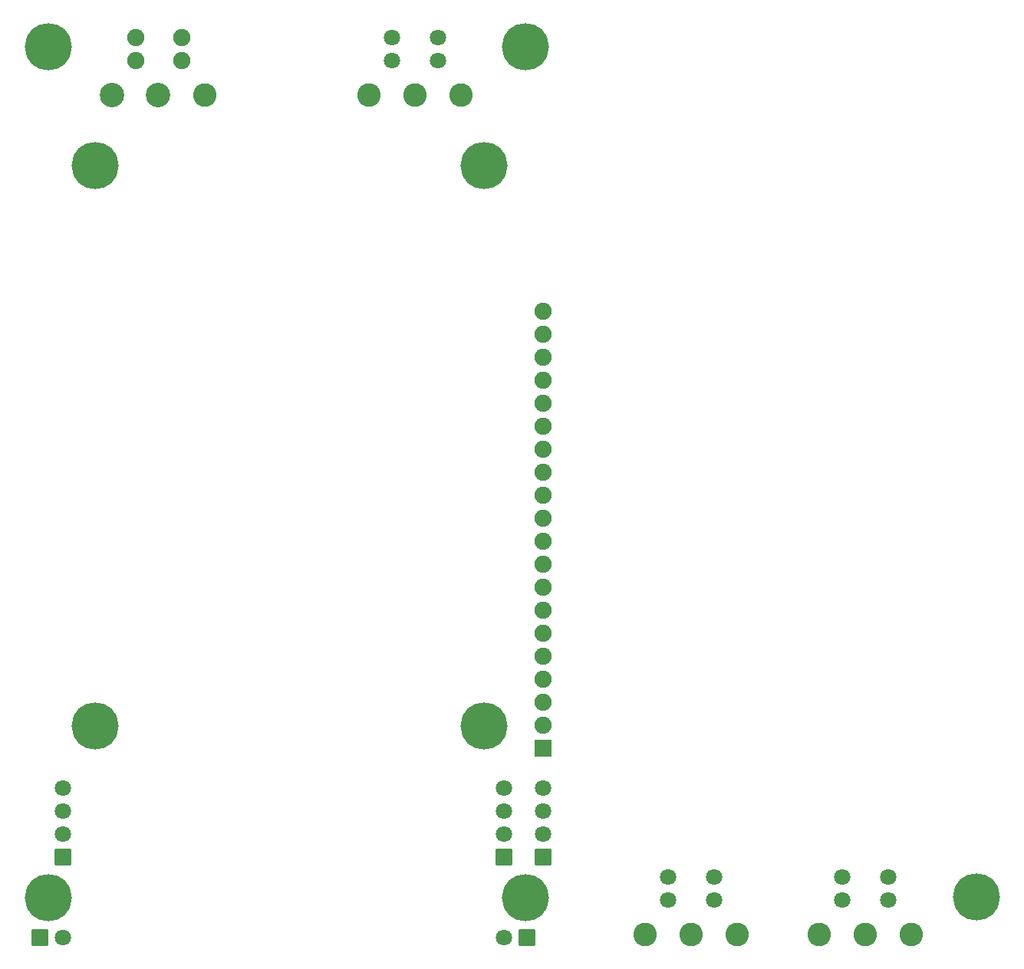
<source format=gts>
G04 Layer: TopSolderMaskLayer*
G04 EasyEDA v6.5.29, 2023-07-18 10:18:03*
G04 90495d7994f342159c24a82f0dd90fb3,5a6b42c53f6a479593ecc07194224c93,10*
G04 Gerber Generator version 0.2*
G04 Scale: 100 percent, Rotated: No, Reflected: No *
G04 Dimensions in millimeters *
G04 leading zeros omitted , absolute positions ,4 integer and 5 decimal *
%FSLAX45Y45*%
%MOMM*%

%AMMACRO1*1,1,$1,$2,$3*1,1,$1,$4,$5*1,1,$1,0-$2,0-$3*1,1,$1,0-$4,0-$5*20,1,$1,$2,$3,$4,$5,0*20,1,$1,$4,$5,0-$2,0-$3,0*20,1,$1,0-$2,0-$3,0-$4,0-$5,0*20,1,$1,0-$4,0-$5,$2,$3,0*4,1,4,$2,$3,$4,$5,0-$2,0-$3,0-$4,0-$5,$2,$3,0*%
%ADD10C,1.9016*%
%ADD11MACRO1,0.1016X0.9X-0.9X0.9X0.9*%
%ADD12MACRO1,0.1016X-0.85X0.85X0.85X0.85*%
%ADD13C,1.8016*%
%ADD14MACRO1,0.1016X0.85X-0.85X-0.85X-0.85*%
%ADD15MACRO1,0.1016X-0.85X-0.85X-0.85X0.85*%
%ADD16C,5.2032*%
%ADD17C,1.9032*%
%ADD18C,2.7032*%
%ADD19C,2.6016*%

%LPD*%
D10*
G01*
X5930900Y7937500D03*
D11*
G01*
X5930886Y3111489D03*
D10*
G01*
X5930900Y3365500D03*
G01*
X5930900Y3619500D03*
G01*
X5930900Y3873500D03*
G01*
X5930900Y4127500D03*
G01*
X5930900Y4381500D03*
G01*
X5930900Y4635500D03*
G01*
X5930900Y4889500D03*
G01*
X5930900Y5143500D03*
G01*
X5930900Y5397500D03*
G01*
X5930900Y5651500D03*
G01*
X5930900Y5905500D03*
G01*
X5930900Y6159500D03*
G01*
X5930900Y6413500D03*
G01*
X5930900Y6667500D03*
G01*
X5930900Y6921500D03*
G01*
X5930900Y7175500D03*
G01*
X5930900Y7429500D03*
G01*
X5930900Y7683500D03*
D12*
G01*
X381001Y1015996D03*
D13*
G01*
X635000Y1016000D03*
D14*
G01*
X5753091Y1015996D03*
D13*
G01*
X5499100Y1016000D03*
D15*
G01*
X635000Y1904993D03*
D13*
G01*
X635000Y2159000D03*
G01*
X635000Y2413000D03*
G01*
X635000Y2667000D03*
D15*
G01*
X5499091Y1904993D03*
D13*
G01*
X5499100Y2159000D03*
G01*
X5499100Y2413000D03*
G01*
X5499100Y2667000D03*
D15*
G01*
X5930888Y1904993D03*
D13*
G01*
X5930900Y2159000D03*
G01*
X5930900Y2413000D03*
G01*
X5930900Y2667000D03*
D16*
G01*
X469900Y10858500D03*
D17*
G01*
X1435100Y10960100D03*
G01*
X1435100Y10706100D03*
G01*
X1943100Y10960100D03*
G01*
X1943100Y10706100D03*
D18*
G01*
X1687093Y10325100D03*
D19*
G01*
X2197100Y10325100D03*
D18*
G01*
X1179093Y10325100D03*
D13*
G01*
X4267200Y10960100D03*
G01*
X4267200Y10706100D03*
G01*
X4775200Y10960100D03*
G01*
X4775200Y10706100D03*
D19*
G01*
X4519193Y10325100D03*
G01*
X5029200Y10325100D03*
G01*
X4011193Y10325100D03*
D16*
G01*
X5737199Y10858500D03*
G01*
X471271Y1460500D03*
G01*
X5737199Y1460500D03*
G01*
X5285206Y9543313D03*
G01*
X990600Y9543313D03*
G01*
X5285206Y3352800D03*
G01*
X990600Y3352800D03*
G01*
X10714888Y1461211D03*
D19*
G01*
X7059168Y1054100D03*
G01*
X8077174Y1054100D03*
G01*
X7567168Y1054100D03*
D13*
G01*
X7823174Y1435100D03*
G01*
X7823174Y1689100D03*
G01*
X7315174Y1435100D03*
G01*
X7315174Y1689100D03*
G01*
X9234881Y1689100D03*
G01*
X9234881Y1435100D03*
G01*
X9742881Y1689100D03*
G01*
X9742881Y1435100D03*
D19*
G01*
X9486874Y1054100D03*
G01*
X9996881Y1054100D03*
G01*
X8978874Y1054100D03*
M02*

</source>
